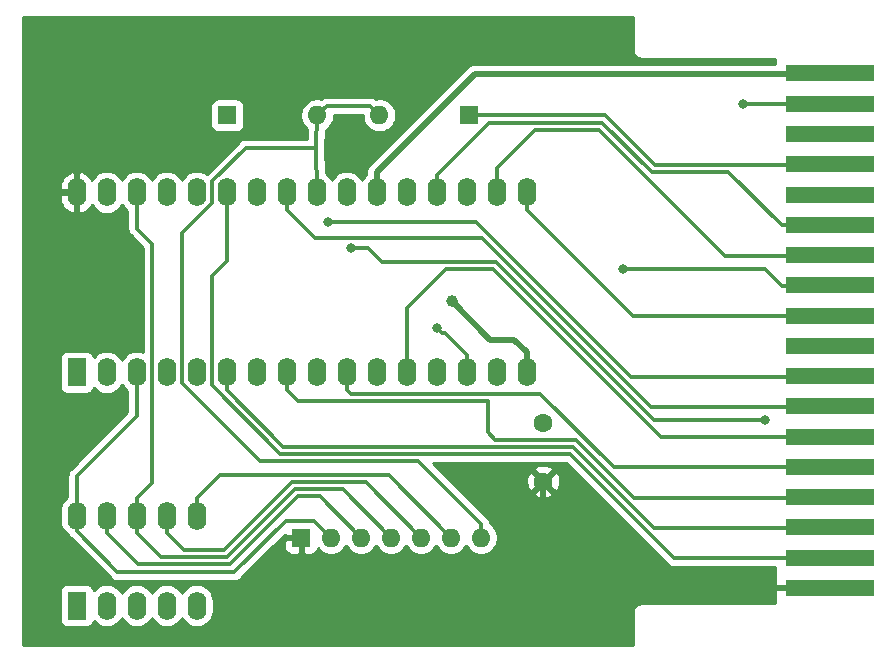
<source format=gtl>
G04 #@! TF.GenerationSoftware,KiCad,Pcbnew,(5.1.5)-3*
G04 #@! TF.CreationDate,2020-09-14T20:13:50+08:00*
G04 #@! TF.ProjectId,WizzardCartRPack,57697a7a-6172-4644-9361-727452506163,rev?*
G04 #@! TF.SameCoordinates,Original*
G04 #@! TF.FileFunction,Copper,L1,Top*
G04 #@! TF.FilePolarity,Positive*
%FSLAX46Y46*%
G04 Gerber Fmt 4.6, Leading zero omitted, Abs format (unit mm)*
G04 Created by KiCad (PCBNEW (5.1.5)-3) date 2020-09-14 20:13:50*
%MOMM*%
%LPD*%
G04 APERTURE LIST*
%ADD10R,7.500000X1.450000*%
%ADD11O,1.600000X1.600000*%
%ADD12R,1.600000X1.600000*%
%ADD13R,1.600000X2.400000*%
%ADD14O,1.600000X2.400000*%
%ADD15C,1.600000*%
%ADD16C,1.000000*%
%ADD17C,0.800000*%
%ADD18C,0.500000*%
%ADD19C,0.300000*%
%ADD20C,0.254000*%
G04 APERTURE END LIST*
D10*
X166500000Y-76950000D03*
X166500000Y-79511776D03*
X166500000Y-82073540D03*
X166500000Y-84635304D03*
X166500000Y-87197068D03*
X166500000Y-89758832D03*
X166500000Y-92320596D03*
X166500000Y-94882360D03*
X166500000Y-97444124D03*
X166500000Y-100005888D03*
X166500000Y-102567652D03*
X166500000Y-105129416D03*
X166500000Y-107691180D03*
X166500000Y-110252944D03*
X166500000Y-112814708D03*
X166500000Y-115376472D03*
X166500000Y-117938236D03*
X166500000Y-120500000D03*
D11*
X136990000Y-116250000D03*
X134450000Y-116250000D03*
X131910000Y-116250000D03*
X129370000Y-116250000D03*
X126830000Y-116250000D03*
X124290000Y-116250000D03*
D12*
X121750000Y-116250000D03*
D13*
X102750000Y-102250000D03*
D14*
X140850000Y-87010000D03*
X105290000Y-102250000D03*
X138310000Y-87010000D03*
X107830000Y-102250000D03*
X135770000Y-87010000D03*
X110370000Y-102250000D03*
X133230000Y-87010000D03*
X112910000Y-102250000D03*
X130690000Y-87010000D03*
X115450000Y-102250000D03*
X128150000Y-87010000D03*
X117990000Y-102250000D03*
X125610000Y-87010000D03*
X120530000Y-102250000D03*
X123070000Y-87010000D03*
X123070000Y-102250000D03*
X120530000Y-87010000D03*
X125610000Y-102250000D03*
X117990000Y-87010000D03*
X128150000Y-102250000D03*
X115450000Y-87010000D03*
X130690000Y-102250000D03*
X112910000Y-87010000D03*
X133230000Y-102250000D03*
X110370000Y-87010000D03*
X135770000Y-102250000D03*
X107830000Y-87010000D03*
X138310000Y-102250000D03*
X105290000Y-87010000D03*
X140850000Y-102250000D03*
X102750000Y-87010000D03*
D11*
X128380000Y-80500000D03*
D12*
X136000000Y-80500000D03*
D14*
X102750000Y-114380000D03*
X112910000Y-122000000D03*
X105290000Y-114380000D03*
X110370000Y-122000000D03*
X107830000Y-114380000D03*
X107830000Y-122000000D03*
X110370000Y-114380000D03*
X105290000Y-122000000D03*
X112910000Y-114380000D03*
D13*
X102750000Y-122000000D03*
D11*
X123120000Y-80500000D03*
D12*
X115500000Y-80500000D03*
D15*
X142250000Y-106500000D03*
X142250000Y-111500000D03*
D16*
X134500000Y-96250000D03*
D17*
X159188224Y-79561776D03*
X161000000Y-106250000D03*
X126000000Y-91750000D03*
X124000000Y-89500000D03*
X149000000Y-93500000D03*
X133250000Y-98500000D03*
D18*
X128150000Y-85310000D02*
X128150000Y-87010000D01*
X136460000Y-77000000D02*
X128150000Y-85310000D01*
X166500000Y-77000000D02*
X136460000Y-77000000D01*
X134500000Y-96250000D02*
X137750000Y-99500000D01*
X140850000Y-100550000D02*
X140850000Y-102250000D01*
X139800000Y-99500000D02*
X140850000Y-100550000D01*
X137750000Y-99500000D02*
X139800000Y-99500000D01*
X151300000Y-120550000D02*
X142250000Y-111500000D01*
X166500000Y-120550000D02*
X151300000Y-120550000D01*
X142250000Y-116850000D02*
X136700000Y-122400000D01*
X142250000Y-111500000D02*
X142250000Y-116850000D01*
X136700000Y-122400000D02*
X132900000Y-122400000D01*
X132900000Y-122400000D02*
X129100000Y-122400000D01*
X129100000Y-122400000D02*
X125250000Y-122400000D01*
X125250000Y-122400000D02*
X121500000Y-122400000D01*
X101199990Y-115422035D02*
X101199990Y-87260010D01*
X101450000Y-87010000D02*
X102750000Y-87010000D01*
X105827945Y-120049990D02*
X101199990Y-115422035D01*
X101199990Y-87260010D02*
X101450000Y-87010000D01*
X121500000Y-122400000D02*
X119149990Y-120049990D01*
X119149990Y-120049990D02*
X105827945Y-120049990D01*
X119149990Y-117550010D02*
X120450000Y-116250000D01*
X120450000Y-116250000D02*
X121750000Y-116250000D01*
X119149990Y-120049990D02*
X119149990Y-117550010D01*
D19*
X123919999Y-79700001D02*
X123120000Y-80500000D01*
X127580001Y-79700001D02*
X123919999Y-79700001D01*
X128380000Y-80500000D02*
X127580001Y-79700001D01*
X123120000Y-86960000D02*
X123070000Y-87010000D01*
X114199990Y-86092229D02*
X117042219Y-83250000D01*
X114199990Y-87927771D02*
X114199990Y-86092229D01*
X111659990Y-90467771D02*
X114199990Y-87927771D01*
X118242249Y-109750030D02*
X111659990Y-103167771D01*
X136990000Y-115118630D02*
X131621400Y-109750030D01*
X117042219Y-83250000D02*
X123000000Y-83250000D01*
X111659990Y-103167771D02*
X111659990Y-90467771D01*
X136990000Y-116250000D02*
X136990000Y-115118630D01*
X123000000Y-83250000D02*
X123120000Y-86960000D01*
X131621400Y-109750030D02*
X118242249Y-109750030D01*
X123120000Y-80500000D02*
X123000000Y-83250000D01*
X166500000Y-84685304D02*
X151685304Y-84685304D01*
X147500000Y-80500000D02*
X136000000Y-80500000D01*
X151685304Y-84685304D02*
X147500000Y-80500000D01*
X166500000Y-79561776D02*
X159188224Y-79561776D01*
X112910000Y-112880000D02*
X112910000Y-114380000D01*
X129145965Y-110945965D02*
X114844035Y-110945965D01*
X114844035Y-110945965D02*
X112910000Y-112880000D01*
X134450000Y-116250000D02*
X129145965Y-110945965D01*
X121006942Y-111545974D02*
X115252936Y-117299980D01*
X131910000Y-116250000D02*
X127205973Y-111545973D01*
X127205973Y-111545973D02*
X121006942Y-111545974D01*
X110370000Y-115880000D02*
X110370000Y-114380000D01*
X111789980Y-117299980D02*
X110370000Y-115880000D01*
X115252936Y-117299980D02*
X111789980Y-117299980D01*
X109119990Y-111590010D02*
X109119990Y-91369990D01*
X107830000Y-114380000D02*
X107830000Y-112880000D01*
X107830000Y-112880000D02*
X109119990Y-111590010D01*
X107830000Y-90080000D02*
X107830000Y-87010000D01*
X109119990Y-91369990D02*
X107830000Y-90080000D01*
X125265983Y-112145983D02*
X121255475Y-112145983D01*
X129370000Y-116250000D02*
X125265983Y-112145983D01*
X121255475Y-112145983D02*
X115501468Y-117899990D01*
X107830000Y-115880000D02*
X107830000Y-114380000D01*
X109849990Y-117899990D02*
X107830000Y-115880000D01*
X115501468Y-117899990D02*
X109849990Y-117899990D01*
X123325992Y-112745992D02*
X121504008Y-112745992D01*
X126830000Y-116250000D02*
X123325992Y-112745992D01*
X121504008Y-112745992D02*
X115750000Y-118500000D01*
X105290000Y-115880000D02*
X105290000Y-114380000D01*
X107910000Y-118500000D02*
X105290000Y-115880000D01*
X115750000Y-118500000D02*
X107910000Y-118500000D01*
X102750000Y-114380000D02*
X102750000Y-111000000D01*
X107830000Y-105920000D02*
X107830000Y-102250000D01*
X102750000Y-111000000D02*
X107830000Y-105920000D01*
X122839999Y-114799999D02*
X120429999Y-114799999D01*
X102750000Y-115699239D02*
X102750000Y-114380000D01*
X116080018Y-119149980D02*
X106200741Y-119149980D01*
X124290000Y-116250000D02*
X122839999Y-114799999D01*
X120429999Y-114799999D02*
X116080018Y-119149980D01*
X106200741Y-119149980D02*
X102750000Y-115699239D01*
X140850000Y-88510000D02*
X140850000Y-87010000D01*
X149834124Y-97494124D02*
X140850000Y-88510000D01*
X166500000Y-97494124D02*
X149834124Y-97494124D01*
X141549980Y-81700020D02*
X138310000Y-84940000D01*
X147002936Y-81700020D02*
X141549980Y-81700020D01*
X138310000Y-84940000D02*
X138310000Y-87010000D01*
X166500000Y-92370596D02*
X157673512Y-92370596D01*
X157673512Y-92370596D02*
X147002936Y-81700020D01*
X157926482Y-85285314D02*
X151436771Y-85285313D01*
X166500000Y-89808832D02*
X162450000Y-89808832D01*
X162450000Y-89808832D02*
X157926482Y-85285314D01*
X151436771Y-85285313D02*
X147251468Y-81100010D01*
X133230000Y-85510000D02*
X133230000Y-87010000D01*
X137639990Y-81100010D02*
X133230000Y-85510000D01*
X147251468Y-81100010D02*
X137639990Y-81100010D01*
X162450000Y-115426472D02*
X166500000Y-115426472D01*
X115450000Y-102250000D02*
X115450000Y-103750000D01*
X115450000Y-103750000D02*
X120250011Y-108550011D01*
X144748929Y-108550011D02*
X151625390Y-115426472D01*
X120250011Y-108550011D02*
X144748929Y-108550011D01*
X151625390Y-115426472D02*
X162450000Y-115426472D01*
X126565685Y-91750000D02*
X126000000Y-91750000D01*
X138248532Y-92899990D02*
X128600010Y-92899990D01*
X151598542Y-106250000D02*
X138248532Y-92899990D01*
X161000000Y-106250000D02*
X151598542Y-106250000D01*
X128600010Y-92899990D02*
X127450020Y-91750000D01*
X127450020Y-91750000D02*
X126565685Y-91750000D01*
X149912168Y-112864708D02*
X166500000Y-112864708D01*
X138200001Y-107950001D02*
X144997461Y-107950001D01*
X120530000Y-103750000D02*
X121480020Y-104700020D01*
X121480020Y-104700020D02*
X137596022Y-104700020D01*
X120530000Y-102250000D02*
X120530000Y-103750000D01*
X137596022Y-104700020D02*
X137596022Y-107346022D01*
X144997461Y-107950001D02*
X149912168Y-112864708D01*
X137596022Y-107346022D02*
X138200001Y-107950001D01*
X166500000Y-105179416D02*
X151376500Y-105179416D01*
X151376500Y-105179416D02*
X137097083Y-90899999D01*
X120530000Y-88510000D02*
X122919999Y-90899999D01*
X122919999Y-90899999D02*
X137097083Y-90899999D01*
X120530000Y-87010000D02*
X120530000Y-88510000D01*
X125610000Y-103750000D02*
X125610000Y-102250000D01*
X125960010Y-104100010D02*
X125610000Y-103750000D01*
X141996012Y-104100010D02*
X125960010Y-104100010D01*
X148198946Y-110302944D02*
X141996012Y-104100010D01*
X166500000Y-110302944D02*
X148198946Y-110302944D01*
X114160010Y-103308552D02*
X114160010Y-94089990D01*
X120001478Y-109150020D02*
X114160010Y-103308552D01*
X144500397Y-109150021D02*
X120001478Y-109150020D01*
X166500000Y-117988236D02*
X153338612Y-117988236D01*
X153338612Y-117988236D02*
X144500397Y-109150021D01*
X115450000Y-92800000D02*
X115450000Y-87010000D01*
X114160010Y-94089990D02*
X115450000Y-92800000D01*
X134000000Y-93500000D02*
X138000000Y-93500000D01*
X130690000Y-96810000D02*
X134000000Y-93500000D01*
X130690000Y-102250000D02*
X130690000Y-96810000D01*
X138000000Y-93500000D02*
X137940000Y-93500000D01*
X152241180Y-107741180D02*
X138000000Y-93500000D01*
X166500000Y-107741180D02*
X152241180Y-107741180D01*
X149663278Y-102617652D02*
X136545626Y-89500000D01*
X166500000Y-102617652D02*
X149663278Y-102617652D01*
X136545626Y-89500000D02*
X124000000Y-89500000D01*
X135770000Y-100750000D02*
X135770000Y-102250000D01*
X162450000Y-94932360D02*
X161017640Y-93500000D01*
X166500000Y-94932360D02*
X162450000Y-94932360D01*
X161017640Y-93500000D02*
X149000000Y-93500000D01*
X133919999Y-98899999D02*
X135770000Y-100750000D01*
X133649999Y-98899999D02*
X133919999Y-98899999D01*
X133250000Y-98500000D02*
X133649999Y-98899999D01*
D20*
G36*
X149815001Y-74966343D02*
G01*
X149811686Y-75000000D01*
X149824912Y-75134283D01*
X149864081Y-75263406D01*
X149927688Y-75382407D01*
X150013289Y-75486711D01*
X150117593Y-75572312D01*
X150236594Y-75635919D01*
X150365717Y-75675088D01*
X150466353Y-75685000D01*
X150500000Y-75688314D01*
X150533647Y-75685000D01*
X161873000Y-75685000D01*
X161873000Y-76115000D01*
X136503469Y-76115000D01*
X136460000Y-76110719D01*
X136416531Y-76115000D01*
X136416523Y-76115000D01*
X136286510Y-76127805D01*
X136119687Y-76178411D01*
X136032524Y-76225000D01*
X135965941Y-76260589D01*
X135864953Y-76343468D01*
X135864951Y-76343470D01*
X135831183Y-76371183D01*
X135803470Y-76404951D01*
X127554956Y-84653466D01*
X127521183Y-84681183D01*
X127410589Y-84815942D01*
X127328411Y-84969688D01*
X127323110Y-84987164D01*
X127279348Y-85131426D01*
X127277805Y-85136511D01*
X127265000Y-85266524D01*
X127265000Y-85266531D01*
X127260719Y-85310000D01*
X127265000Y-85353469D01*
X127265000Y-85479922D01*
X127130392Y-85590393D01*
X126951068Y-85808900D01*
X126880000Y-85941858D01*
X126808932Y-85808899D01*
X126629607Y-85590392D01*
X126411100Y-85411068D01*
X126161807Y-85277818D01*
X125891308Y-85195764D01*
X125610000Y-85168057D01*
X125328691Y-85195764D01*
X125058192Y-85277818D01*
X124808899Y-85411068D01*
X124590392Y-85590393D01*
X124411068Y-85808900D01*
X124340000Y-85941858D01*
X124268932Y-85808899D01*
X124089607Y-85590392D01*
X123871100Y-85411068D01*
X123855032Y-85402480D01*
X123786248Y-83275891D01*
X123788798Y-83250000D01*
X123786683Y-83228529D01*
X123851772Y-81736905D01*
X124034759Y-81614637D01*
X124234637Y-81414759D01*
X124391680Y-81179727D01*
X124499853Y-80918574D01*
X124555000Y-80641335D01*
X124555000Y-80485001D01*
X126945000Y-80485001D01*
X126945000Y-80641335D01*
X127000147Y-80918574D01*
X127108320Y-81179727D01*
X127265363Y-81414759D01*
X127465241Y-81614637D01*
X127700273Y-81771680D01*
X127961426Y-81879853D01*
X128238665Y-81935000D01*
X128521335Y-81935000D01*
X128798574Y-81879853D01*
X129059727Y-81771680D01*
X129294759Y-81614637D01*
X129494637Y-81414759D01*
X129651680Y-81179727D01*
X129759853Y-80918574D01*
X129815000Y-80641335D01*
X129815000Y-80358665D01*
X129759853Y-80081426D01*
X129651680Y-79820273D01*
X129494637Y-79585241D01*
X129294759Y-79385363D01*
X129059727Y-79228320D01*
X128798574Y-79120147D01*
X128521335Y-79065000D01*
X128238665Y-79065000D01*
X128081698Y-79096223D01*
X128018234Y-79044139D01*
X127881861Y-78971247D01*
X127733888Y-78926360D01*
X127618562Y-78915001D01*
X127618554Y-78915001D01*
X127580001Y-78911204D01*
X127541448Y-78915001D01*
X123958551Y-78915001D01*
X123919998Y-78911204D01*
X123881445Y-78915001D01*
X123881438Y-78915001D01*
X123780489Y-78924944D01*
X123766111Y-78926360D01*
X123731671Y-78936807D01*
X123618139Y-78971247D01*
X123481766Y-79044139D01*
X123448403Y-79071520D01*
X123418302Y-79096223D01*
X123261335Y-79065000D01*
X122978665Y-79065000D01*
X122701426Y-79120147D01*
X122440273Y-79228320D01*
X122205241Y-79385363D01*
X122005363Y-79585241D01*
X121848320Y-79820273D01*
X121740147Y-80081426D01*
X121685000Y-80358665D01*
X121685000Y-80641335D01*
X121740147Y-80918574D01*
X121848320Y-81179727D01*
X122005363Y-81414759D01*
X122205241Y-81614637D01*
X122283338Y-81666820D01*
X122248508Y-82465000D01*
X117080775Y-82465000D01*
X117042219Y-82461203D01*
X117003663Y-82465000D01*
X117003658Y-82465000D01*
X116963245Y-82468980D01*
X116888332Y-82476358D01*
X116740359Y-82521246D01*
X116603986Y-82594138D01*
X116484455Y-82692236D01*
X116459872Y-82722190D01*
X113743997Y-85438065D01*
X113711100Y-85411068D01*
X113461807Y-85277818D01*
X113191308Y-85195764D01*
X112910000Y-85168057D01*
X112628691Y-85195764D01*
X112358192Y-85277818D01*
X112108899Y-85411068D01*
X111890392Y-85590393D01*
X111711068Y-85808900D01*
X111640000Y-85941858D01*
X111568932Y-85808899D01*
X111389607Y-85590392D01*
X111171100Y-85411068D01*
X110921807Y-85277818D01*
X110651308Y-85195764D01*
X110370000Y-85168057D01*
X110088691Y-85195764D01*
X109818192Y-85277818D01*
X109568899Y-85411068D01*
X109350392Y-85590393D01*
X109171068Y-85808900D01*
X109100000Y-85941858D01*
X109028932Y-85808899D01*
X108849607Y-85590392D01*
X108631100Y-85411068D01*
X108381807Y-85277818D01*
X108111308Y-85195764D01*
X107830000Y-85168057D01*
X107548691Y-85195764D01*
X107278192Y-85277818D01*
X107028899Y-85411068D01*
X106810392Y-85590393D01*
X106631068Y-85808900D01*
X106560000Y-85941858D01*
X106488932Y-85808899D01*
X106309607Y-85590392D01*
X106091100Y-85411068D01*
X105841807Y-85277818D01*
X105571308Y-85195764D01*
X105290000Y-85168057D01*
X105008691Y-85195764D01*
X104738192Y-85277818D01*
X104488899Y-85411068D01*
X104270392Y-85590393D01*
X104091068Y-85808900D01*
X104022735Y-85936742D01*
X103872601Y-85707161D01*
X103674895Y-85505500D01*
X103441646Y-85346285D01*
X103181818Y-85235633D01*
X103099039Y-85218096D01*
X102877000Y-85340085D01*
X102877000Y-86883000D01*
X102897000Y-86883000D01*
X102897000Y-87137000D01*
X102877000Y-87137000D01*
X102877000Y-88679915D01*
X103099039Y-88801904D01*
X103181818Y-88784367D01*
X103441646Y-88673715D01*
X103674895Y-88514500D01*
X103872601Y-88312839D01*
X104022735Y-88083259D01*
X104091068Y-88211101D01*
X104270393Y-88429608D01*
X104488900Y-88608932D01*
X104738193Y-88742182D01*
X105008692Y-88824236D01*
X105290000Y-88851943D01*
X105571309Y-88824236D01*
X105841808Y-88742182D01*
X106091101Y-88608932D01*
X106309608Y-88429608D01*
X106488932Y-88211101D01*
X106560000Y-88078142D01*
X106631068Y-88211101D01*
X106810393Y-88429608D01*
X107028900Y-88608932D01*
X107045000Y-88617538D01*
X107045000Y-90041447D01*
X107041203Y-90080000D01*
X107045000Y-90118553D01*
X107045000Y-90118560D01*
X107056359Y-90233886D01*
X107101246Y-90381859D01*
X107174138Y-90518232D01*
X107272236Y-90637764D01*
X107302190Y-90662347D01*
X108334991Y-91695149D01*
X108334991Y-100503617D01*
X108111308Y-100435764D01*
X107830000Y-100408057D01*
X107548691Y-100435764D01*
X107278192Y-100517818D01*
X107028899Y-100651068D01*
X106810392Y-100830393D01*
X106631068Y-101048900D01*
X106560000Y-101181858D01*
X106488932Y-101048899D01*
X106309607Y-100830392D01*
X106091100Y-100651068D01*
X105841807Y-100517818D01*
X105571308Y-100435764D01*
X105290000Y-100408057D01*
X105008691Y-100435764D01*
X104738192Y-100517818D01*
X104488899Y-100651068D01*
X104270392Y-100830393D01*
X104177581Y-100943483D01*
X104175812Y-100925518D01*
X104139502Y-100805820D01*
X104080537Y-100695506D01*
X104001185Y-100598815D01*
X103904494Y-100519463D01*
X103794180Y-100460498D01*
X103674482Y-100424188D01*
X103550000Y-100411928D01*
X101950000Y-100411928D01*
X101825518Y-100424188D01*
X101705820Y-100460498D01*
X101595506Y-100519463D01*
X101498815Y-100598815D01*
X101419463Y-100695506D01*
X101360498Y-100805820D01*
X101324188Y-100925518D01*
X101311928Y-101050000D01*
X101311928Y-103450000D01*
X101324188Y-103574482D01*
X101360498Y-103694180D01*
X101419463Y-103804494D01*
X101498815Y-103901185D01*
X101595506Y-103980537D01*
X101705820Y-104039502D01*
X101825518Y-104075812D01*
X101950000Y-104088072D01*
X103550000Y-104088072D01*
X103674482Y-104075812D01*
X103794180Y-104039502D01*
X103904494Y-103980537D01*
X104001185Y-103901185D01*
X104080537Y-103804494D01*
X104139502Y-103694180D01*
X104175812Y-103574482D01*
X104177581Y-103556517D01*
X104270393Y-103669608D01*
X104488900Y-103848932D01*
X104738193Y-103982182D01*
X105008692Y-104064236D01*
X105290000Y-104091943D01*
X105571309Y-104064236D01*
X105841808Y-103982182D01*
X106091101Y-103848932D01*
X106309608Y-103669608D01*
X106488932Y-103451101D01*
X106560000Y-103318142D01*
X106631068Y-103451101D01*
X106810393Y-103669608D01*
X107028900Y-103848932D01*
X107045001Y-103857538D01*
X107045000Y-105594842D01*
X102222185Y-110417658D01*
X102192237Y-110442236D01*
X102167659Y-110472184D01*
X102167655Y-110472188D01*
X102162242Y-110478784D01*
X102094139Y-110561767D01*
X102071136Y-110604803D01*
X102021246Y-110698141D01*
X101976359Y-110846114D01*
X101961203Y-111000000D01*
X101965001Y-111038563D01*
X101965000Y-112772462D01*
X101948899Y-112781068D01*
X101730392Y-112960393D01*
X101551068Y-113178900D01*
X101417818Y-113428193D01*
X101335764Y-113698692D01*
X101315000Y-113909509D01*
X101315000Y-114850492D01*
X101335764Y-115061309D01*
X101417818Y-115331808D01*
X101551068Y-115581101D01*
X101730393Y-115799608D01*
X101948900Y-115978932D01*
X102033596Y-116024203D01*
X102094138Y-116137471D01*
X102192236Y-116257003D01*
X102222190Y-116281586D01*
X105618394Y-119677790D01*
X105642977Y-119707744D01*
X105762508Y-119805842D01*
X105898881Y-119878734D01*
X106046854Y-119923622D01*
X106121767Y-119931000D01*
X106162180Y-119934980D01*
X106162185Y-119934980D01*
X106200741Y-119938777D01*
X106239297Y-119934980D01*
X116041465Y-119934980D01*
X116080018Y-119938777D01*
X116118571Y-119934980D01*
X116118579Y-119934980D01*
X116233905Y-119923621D01*
X116381878Y-119878734D01*
X116518251Y-119805842D01*
X116637782Y-119707744D01*
X116662365Y-119677790D01*
X119290155Y-117050000D01*
X120311928Y-117050000D01*
X120324188Y-117174482D01*
X120360498Y-117294180D01*
X120419463Y-117404494D01*
X120498815Y-117501185D01*
X120595506Y-117580537D01*
X120705820Y-117639502D01*
X120825518Y-117675812D01*
X120950000Y-117688072D01*
X121464250Y-117685000D01*
X121623000Y-117526250D01*
X121623000Y-116377000D01*
X120473750Y-116377000D01*
X120315000Y-116535750D01*
X120311928Y-117050000D01*
X119290155Y-117050000D01*
X120345453Y-115994703D01*
X120473750Y-116123000D01*
X121623000Y-116123000D01*
X121623000Y-116103000D01*
X121877000Y-116103000D01*
X121877000Y-116123000D01*
X121897000Y-116123000D01*
X121897000Y-116377000D01*
X121877000Y-116377000D01*
X121877000Y-117526250D01*
X122035750Y-117685000D01*
X122550000Y-117688072D01*
X122674482Y-117675812D01*
X122794180Y-117639502D01*
X122904494Y-117580537D01*
X123001185Y-117501185D01*
X123080537Y-117404494D01*
X123139502Y-117294180D01*
X123175812Y-117174482D01*
X123176643Y-117166039D01*
X123375241Y-117364637D01*
X123610273Y-117521680D01*
X123871426Y-117629853D01*
X124148665Y-117685000D01*
X124431335Y-117685000D01*
X124708574Y-117629853D01*
X124969727Y-117521680D01*
X125204759Y-117364637D01*
X125404637Y-117164759D01*
X125560000Y-116932241D01*
X125715363Y-117164759D01*
X125915241Y-117364637D01*
X126150273Y-117521680D01*
X126411426Y-117629853D01*
X126688665Y-117685000D01*
X126971335Y-117685000D01*
X127248574Y-117629853D01*
X127509727Y-117521680D01*
X127744759Y-117364637D01*
X127944637Y-117164759D01*
X128100000Y-116932241D01*
X128255363Y-117164759D01*
X128455241Y-117364637D01*
X128690273Y-117521680D01*
X128951426Y-117629853D01*
X129228665Y-117685000D01*
X129511335Y-117685000D01*
X129788574Y-117629853D01*
X130049727Y-117521680D01*
X130284759Y-117364637D01*
X130484637Y-117164759D01*
X130640000Y-116932241D01*
X130795363Y-117164759D01*
X130995241Y-117364637D01*
X131230273Y-117521680D01*
X131491426Y-117629853D01*
X131768665Y-117685000D01*
X132051335Y-117685000D01*
X132328574Y-117629853D01*
X132589727Y-117521680D01*
X132824759Y-117364637D01*
X133024637Y-117164759D01*
X133180000Y-116932241D01*
X133335363Y-117164759D01*
X133535241Y-117364637D01*
X133770273Y-117521680D01*
X134031426Y-117629853D01*
X134308665Y-117685000D01*
X134591335Y-117685000D01*
X134868574Y-117629853D01*
X135129727Y-117521680D01*
X135364759Y-117364637D01*
X135564637Y-117164759D01*
X135720000Y-116932241D01*
X135875363Y-117164759D01*
X136075241Y-117364637D01*
X136310273Y-117521680D01*
X136571426Y-117629853D01*
X136848665Y-117685000D01*
X137131335Y-117685000D01*
X137408574Y-117629853D01*
X137669727Y-117521680D01*
X137904759Y-117364637D01*
X138104637Y-117164759D01*
X138261680Y-116929727D01*
X138369853Y-116668574D01*
X138425000Y-116391335D01*
X138425000Y-116108665D01*
X138369853Y-115831426D01*
X138261680Y-115570273D01*
X138104637Y-115335241D01*
X137904759Y-115135363D01*
X137771689Y-115046448D01*
X137766997Y-114998815D01*
X137763642Y-114964743D01*
X137718754Y-114816770D01*
X137694081Y-114770610D01*
X137645862Y-114680397D01*
X137547764Y-114560866D01*
X137517816Y-114536288D01*
X135474230Y-112492702D01*
X141436903Y-112492702D01*
X141508486Y-112736671D01*
X141763996Y-112857571D01*
X142038184Y-112926300D01*
X142320512Y-112940217D01*
X142600130Y-112898787D01*
X142866292Y-112803603D01*
X142991514Y-112736671D01*
X143063097Y-112492702D01*
X142250000Y-111679605D01*
X141436903Y-112492702D01*
X135474230Y-112492702D01*
X134552040Y-111570512D01*
X140809783Y-111570512D01*
X140851213Y-111850130D01*
X140946397Y-112116292D01*
X141013329Y-112241514D01*
X141257298Y-112313097D01*
X142070395Y-111500000D01*
X142429605Y-111500000D01*
X143242702Y-112313097D01*
X143486671Y-112241514D01*
X143607571Y-111986004D01*
X143676300Y-111711816D01*
X143690217Y-111429488D01*
X143648787Y-111149870D01*
X143553603Y-110883708D01*
X143486671Y-110758486D01*
X143242702Y-110686903D01*
X142429605Y-111500000D01*
X142070395Y-111500000D01*
X141257298Y-110686903D01*
X141013329Y-110758486D01*
X140892429Y-111013996D01*
X140823700Y-111288184D01*
X140809783Y-111570512D01*
X134552040Y-111570512D01*
X133488826Y-110507298D01*
X141436903Y-110507298D01*
X142250000Y-111320395D01*
X143063097Y-110507298D01*
X142991514Y-110263329D01*
X142736004Y-110142429D01*
X142461816Y-110073700D01*
X142179488Y-110059783D01*
X141899870Y-110101213D01*
X141633708Y-110196397D01*
X141508486Y-110263329D01*
X141436903Y-110507298D01*
X133488826Y-110507298D01*
X132916547Y-109935020D01*
X144175240Y-109935021D01*
X152756265Y-118516046D01*
X152780848Y-118546000D01*
X152900379Y-118644098D01*
X153026943Y-118711747D01*
X153036752Y-118716990D01*
X153184725Y-118761878D01*
X153259638Y-118769256D01*
X153300051Y-118773236D01*
X153300056Y-118773236D01*
X153338612Y-118777033D01*
X153377168Y-118773236D01*
X161873000Y-118773236D01*
X161873000Y-121815000D01*
X150533647Y-121815000D01*
X150500000Y-121811686D01*
X150466353Y-121815000D01*
X150365717Y-121824912D01*
X150236594Y-121864081D01*
X150117593Y-121927688D01*
X150013289Y-122013289D01*
X149927688Y-122117593D01*
X149864081Y-122236594D01*
X149824912Y-122365717D01*
X149811686Y-122500000D01*
X149815000Y-122533647D01*
X149815001Y-125315000D01*
X98185000Y-125315000D01*
X98185000Y-120800000D01*
X101311928Y-120800000D01*
X101311928Y-123200000D01*
X101324188Y-123324482D01*
X101360498Y-123444180D01*
X101419463Y-123554494D01*
X101498815Y-123651185D01*
X101595506Y-123730537D01*
X101705820Y-123789502D01*
X101825518Y-123825812D01*
X101950000Y-123838072D01*
X103550000Y-123838072D01*
X103674482Y-123825812D01*
X103794180Y-123789502D01*
X103904494Y-123730537D01*
X104001185Y-123651185D01*
X104080537Y-123554494D01*
X104139502Y-123444180D01*
X104175812Y-123324482D01*
X104177581Y-123306517D01*
X104270393Y-123419608D01*
X104488900Y-123598932D01*
X104738193Y-123732182D01*
X105008692Y-123814236D01*
X105290000Y-123841943D01*
X105571309Y-123814236D01*
X105841808Y-123732182D01*
X106091101Y-123598932D01*
X106309608Y-123419608D01*
X106488932Y-123201101D01*
X106560000Y-123068142D01*
X106631068Y-123201101D01*
X106810393Y-123419608D01*
X107028900Y-123598932D01*
X107278193Y-123732182D01*
X107548692Y-123814236D01*
X107830000Y-123841943D01*
X108111309Y-123814236D01*
X108381808Y-123732182D01*
X108631101Y-123598932D01*
X108849608Y-123419608D01*
X109028932Y-123201101D01*
X109100000Y-123068142D01*
X109171068Y-123201101D01*
X109350393Y-123419608D01*
X109568900Y-123598932D01*
X109818193Y-123732182D01*
X110088692Y-123814236D01*
X110370000Y-123841943D01*
X110651309Y-123814236D01*
X110921808Y-123732182D01*
X111171101Y-123598932D01*
X111389608Y-123419608D01*
X111568932Y-123201101D01*
X111640000Y-123068142D01*
X111711068Y-123201101D01*
X111890393Y-123419608D01*
X112108900Y-123598932D01*
X112358193Y-123732182D01*
X112628692Y-123814236D01*
X112910000Y-123841943D01*
X113191309Y-123814236D01*
X113461808Y-123732182D01*
X113711101Y-123598932D01*
X113929608Y-123419608D01*
X114108932Y-123201101D01*
X114242182Y-122951808D01*
X114324236Y-122681309D01*
X114345000Y-122470491D01*
X114345000Y-121529508D01*
X114324236Y-121318691D01*
X114242182Y-121048192D01*
X114108932Y-120798899D01*
X113929607Y-120580392D01*
X113711100Y-120401068D01*
X113461807Y-120267818D01*
X113191308Y-120185764D01*
X112910000Y-120158057D01*
X112628691Y-120185764D01*
X112358192Y-120267818D01*
X112108899Y-120401068D01*
X111890392Y-120580393D01*
X111711068Y-120798900D01*
X111640000Y-120931858D01*
X111568932Y-120798899D01*
X111389607Y-120580392D01*
X111171100Y-120401068D01*
X110921807Y-120267818D01*
X110651308Y-120185764D01*
X110370000Y-120158057D01*
X110088691Y-120185764D01*
X109818192Y-120267818D01*
X109568899Y-120401068D01*
X109350392Y-120580393D01*
X109171068Y-120798900D01*
X109100000Y-120931858D01*
X109028932Y-120798899D01*
X108849607Y-120580392D01*
X108631100Y-120401068D01*
X108381807Y-120267818D01*
X108111308Y-120185764D01*
X107830000Y-120158057D01*
X107548691Y-120185764D01*
X107278192Y-120267818D01*
X107028899Y-120401068D01*
X106810392Y-120580393D01*
X106631068Y-120798900D01*
X106560000Y-120931858D01*
X106488932Y-120798899D01*
X106309607Y-120580392D01*
X106091100Y-120401068D01*
X105841807Y-120267818D01*
X105571308Y-120185764D01*
X105290000Y-120158057D01*
X105008691Y-120185764D01*
X104738192Y-120267818D01*
X104488899Y-120401068D01*
X104270392Y-120580393D01*
X104177581Y-120693483D01*
X104175812Y-120675518D01*
X104139502Y-120555820D01*
X104080537Y-120445506D01*
X104001185Y-120348815D01*
X103904494Y-120269463D01*
X103794180Y-120210498D01*
X103674482Y-120174188D01*
X103550000Y-120161928D01*
X101950000Y-120161928D01*
X101825518Y-120174188D01*
X101705820Y-120210498D01*
X101595506Y-120269463D01*
X101498815Y-120348815D01*
X101419463Y-120445506D01*
X101360498Y-120555820D01*
X101324188Y-120675518D01*
X101311928Y-120800000D01*
X98185000Y-120800000D01*
X98185000Y-87137000D01*
X101315000Y-87137000D01*
X101315000Y-87537000D01*
X101367350Y-87814514D01*
X101472834Y-88076483D01*
X101627399Y-88312839D01*
X101825105Y-88514500D01*
X102058354Y-88673715D01*
X102318182Y-88784367D01*
X102400961Y-88801904D01*
X102623000Y-88679915D01*
X102623000Y-87137000D01*
X101315000Y-87137000D01*
X98185000Y-87137000D01*
X98185000Y-86483000D01*
X101315000Y-86483000D01*
X101315000Y-86883000D01*
X102623000Y-86883000D01*
X102623000Y-85340085D01*
X102400961Y-85218096D01*
X102318182Y-85235633D01*
X102058354Y-85346285D01*
X101825105Y-85505500D01*
X101627399Y-85707161D01*
X101472834Y-85943517D01*
X101367350Y-86205486D01*
X101315000Y-86483000D01*
X98185000Y-86483000D01*
X98185000Y-79700000D01*
X114061928Y-79700000D01*
X114061928Y-81300000D01*
X114074188Y-81424482D01*
X114110498Y-81544180D01*
X114169463Y-81654494D01*
X114248815Y-81751185D01*
X114345506Y-81830537D01*
X114455820Y-81889502D01*
X114575518Y-81925812D01*
X114700000Y-81938072D01*
X116300000Y-81938072D01*
X116424482Y-81925812D01*
X116544180Y-81889502D01*
X116654494Y-81830537D01*
X116751185Y-81751185D01*
X116830537Y-81654494D01*
X116889502Y-81544180D01*
X116925812Y-81424482D01*
X116938072Y-81300000D01*
X116938072Y-79700000D01*
X116925812Y-79575518D01*
X116889502Y-79455820D01*
X116830537Y-79345506D01*
X116751185Y-79248815D01*
X116654494Y-79169463D01*
X116544180Y-79110498D01*
X116424482Y-79074188D01*
X116300000Y-79061928D01*
X114700000Y-79061928D01*
X114575518Y-79074188D01*
X114455820Y-79110498D01*
X114345506Y-79169463D01*
X114248815Y-79248815D01*
X114169463Y-79345506D01*
X114110498Y-79455820D01*
X114074188Y-79575518D01*
X114061928Y-79700000D01*
X98185000Y-79700000D01*
X98185000Y-72185000D01*
X149815000Y-72185000D01*
X149815001Y-74966343D01*
G37*
X149815001Y-74966343D02*
X149811686Y-75000000D01*
X149824912Y-75134283D01*
X149864081Y-75263406D01*
X149927688Y-75382407D01*
X150013289Y-75486711D01*
X150117593Y-75572312D01*
X150236594Y-75635919D01*
X150365717Y-75675088D01*
X150466353Y-75685000D01*
X150500000Y-75688314D01*
X150533647Y-75685000D01*
X161873000Y-75685000D01*
X161873000Y-76115000D01*
X136503469Y-76115000D01*
X136460000Y-76110719D01*
X136416531Y-76115000D01*
X136416523Y-76115000D01*
X136286510Y-76127805D01*
X136119687Y-76178411D01*
X136032524Y-76225000D01*
X135965941Y-76260589D01*
X135864953Y-76343468D01*
X135864951Y-76343470D01*
X135831183Y-76371183D01*
X135803470Y-76404951D01*
X127554956Y-84653466D01*
X127521183Y-84681183D01*
X127410589Y-84815942D01*
X127328411Y-84969688D01*
X127323110Y-84987164D01*
X127279348Y-85131426D01*
X127277805Y-85136511D01*
X127265000Y-85266524D01*
X127265000Y-85266531D01*
X127260719Y-85310000D01*
X127265000Y-85353469D01*
X127265000Y-85479922D01*
X127130392Y-85590393D01*
X126951068Y-85808900D01*
X126880000Y-85941858D01*
X126808932Y-85808899D01*
X126629607Y-85590392D01*
X126411100Y-85411068D01*
X126161807Y-85277818D01*
X125891308Y-85195764D01*
X125610000Y-85168057D01*
X125328691Y-85195764D01*
X125058192Y-85277818D01*
X124808899Y-85411068D01*
X124590392Y-85590393D01*
X124411068Y-85808900D01*
X124340000Y-85941858D01*
X124268932Y-85808899D01*
X124089607Y-85590392D01*
X123871100Y-85411068D01*
X123855032Y-85402480D01*
X123786248Y-83275891D01*
X123788798Y-83250000D01*
X123786683Y-83228529D01*
X123851772Y-81736905D01*
X124034759Y-81614637D01*
X124234637Y-81414759D01*
X124391680Y-81179727D01*
X124499853Y-80918574D01*
X124555000Y-80641335D01*
X124555000Y-80485001D01*
X126945000Y-80485001D01*
X126945000Y-80641335D01*
X127000147Y-80918574D01*
X127108320Y-81179727D01*
X127265363Y-81414759D01*
X127465241Y-81614637D01*
X127700273Y-81771680D01*
X127961426Y-81879853D01*
X128238665Y-81935000D01*
X128521335Y-81935000D01*
X128798574Y-81879853D01*
X129059727Y-81771680D01*
X129294759Y-81614637D01*
X129494637Y-81414759D01*
X129651680Y-81179727D01*
X129759853Y-80918574D01*
X129815000Y-80641335D01*
X129815000Y-80358665D01*
X129759853Y-80081426D01*
X129651680Y-79820273D01*
X129494637Y-79585241D01*
X129294759Y-79385363D01*
X129059727Y-79228320D01*
X128798574Y-79120147D01*
X128521335Y-79065000D01*
X128238665Y-79065000D01*
X128081698Y-79096223D01*
X128018234Y-79044139D01*
X127881861Y-78971247D01*
X127733888Y-78926360D01*
X127618562Y-78915001D01*
X127618554Y-78915001D01*
X127580001Y-78911204D01*
X127541448Y-78915001D01*
X123958551Y-78915001D01*
X123919998Y-78911204D01*
X123881445Y-78915001D01*
X123881438Y-78915001D01*
X123780489Y-78924944D01*
X123766111Y-78926360D01*
X123731671Y-78936807D01*
X123618139Y-78971247D01*
X123481766Y-79044139D01*
X123448403Y-79071520D01*
X123418302Y-79096223D01*
X123261335Y-79065000D01*
X122978665Y-79065000D01*
X122701426Y-79120147D01*
X122440273Y-79228320D01*
X122205241Y-79385363D01*
X122005363Y-79585241D01*
X121848320Y-79820273D01*
X121740147Y-80081426D01*
X121685000Y-80358665D01*
X121685000Y-80641335D01*
X121740147Y-80918574D01*
X121848320Y-81179727D01*
X122005363Y-81414759D01*
X122205241Y-81614637D01*
X122283338Y-81666820D01*
X122248508Y-82465000D01*
X117080775Y-82465000D01*
X117042219Y-82461203D01*
X117003663Y-82465000D01*
X117003658Y-82465000D01*
X116963245Y-82468980D01*
X116888332Y-82476358D01*
X116740359Y-82521246D01*
X116603986Y-82594138D01*
X116484455Y-82692236D01*
X116459872Y-82722190D01*
X113743997Y-85438065D01*
X113711100Y-85411068D01*
X113461807Y-85277818D01*
X113191308Y-85195764D01*
X112910000Y-85168057D01*
X112628691Y-85195764D01*
X112358192Y-85277818D01*
X112108899Y-85411068D01*
X111890392Y-85590393D01*
X111711068Y-85808900D01*
X111640000Y-85941858D01*
X111568932Y-85808899D01*
X111389607Y-85590392D01*
X111171100Y-85411068D01*
X110921807Y-85277818D01*
X110651308Y-85195764D01*
X110370000Y-85168057D01*
X110088691Y-85195764D01*
X109818192Y-85277818D01*
X109568899Y-85411068D01*
X109350392Y-85590393D01*
X109171068Y-85808900D01*
X109100000Y-85941858D01*
X109028932Y-85808899D01*
X108849607Y-85590392D01*
X108631100Y-85411068D01*
X108381807Y-85277818D01*
X108111308Y-85195764D01*
X107830000Y-85168057D01*
X107548691Y-85195764D01*
X107278192Y-85277818D01*
X107028899Y-85411068D01*
X106810392Y-85590393D01*
X106631068Y-85808900D01*
X106560000Y-85941858D01*
X106488932Y-85808899D01*
X106309607Y-85590392D01*
X106091100Y-85411068D01*
X105841807Y-85277818D01*
X105571308Y-85195764D01*
X105290000Y-85168057D01*
X105008691Y-85195764D01*
X104738192Y-85277818D01*
X104488899Y-85411068D01*
X104270392Y-85590393D01*
X104091068Y-85808900D01*
X104022735Y-85936742D01*
X103872601Y-85707161D01*
X103674895Y-85505500D01*
X103441646Y-85346285D01*
X103181818Y-85235633D01*
X103099039Y-85218096D01*
X102877000Y-85340085D01*
X102877000Y-86883000D01*
X102897000Y-86883000D01*
X102897000Y-87137000D01*
X102877000Y-87137000D01*
X102877000Y-88679915D01*
X103099039Y-88801904D01*
X103181818Y-88784367D01*
X103441646Y-88673715D01*
X103674895Y-88514500D01*
X103872601Y-88312839D01*
X104022735Y-88083259D01*
X104091068Y-88211101D01*
X104270393Y-88429608D01*
X104488900Y-88608932D01*
X104738193Y-88742182D01*
X105008692Y-88824236D01*
X105290000Y-88851943D01*
X105571309Y-88824236D01*
X105841808Y-88742182D01*
X106091101Y-88608932D01*
X106309608Y-88429608D01*
X106488932Y-88211101D01*
X106560000Y-88078142D01*
X106631068Y-88211101D01*
X106810393Y-88429608D01*
X107028900Y-88608932D01*
X107045000Y-88617538D01*
X107045000Y-90041447D01*
X107041203Y-90080000D01*
X107045000Y-90118553D01*
X107045000Y-90118560D01*
X107056359Y-90233886D01*
X107101246Y-90381859D01*
X107174138Y-90518232D01*
X107272236Y-90637764D01*
X107302190Y-90662347D01*
X108334991Y-91695149D01*
X108334991Y-100503617D01*
X108111308Y-100435764D01*
X107830000Y-100408057D01*
X107548691Y-100435764D01*
X107278192Y-100517818D01*
X107028899Y-100651068D01*
X106810392Y-100830393D01*
X106631068Y-101048900D01*
X106560000Y-101181858D01*
X106488932Y-101048899D01*
X106309607Y-100830392D01*
X106091100Y-100651068D01*
X105841807Y-100517818D01*
X105571308Y-100435764D01*
X105290000Y-100408057D01*
X105008691Y-100435764D01*
X104738192Y-100517818D01*
X104488899Y-100651068D01*
X104270392Y-100830393D01*
X104177581Y-100943483D01*
X104175812Y-100925518D01*
X104139502Y-100805820D01*
X104080537Y-100695506D01*
X104001185Y-100598815D01*
X103904494Y-100519463D01*
X103794180Y-100460498D01*
X103674482Y-100424188D01*
X103550000Y-100411928D01*
X101950000Y-100411928D01*
X101825518Y-100424188D01*
X101705820Y-100460498D01*
X101595506Y-100519463D01*
X101498815Y-100598815D01*
X101419463Y-100695506D01*
X101360498Y-100805820D01*
X101324188Y-100925518D01*
X101311928Y-101050000D01*
X101311928Y-103450000D01*
X101324188Y-103574482D01*
X101360498Y-103694180D01*
X101419463Y-103804494D01*
X101498815Y-103901185D01*
X101595506Y-103980537D01*
X101705820Y-104039502D01*
X101825518Y-104075812D01*
X101950000Y-104088072D01*
X103550000Y-104088072D01*
X103674482Y-104075812D01*
X103794180Y-104039502D01*
X103904494Y-103980537D01*
X104001185Y-103901185D01*
X104080537Y-103804494D01*
X104139502Y-103694180D01*
X104175812Y-103574482D01*
X104177581Y-103556517D01*
X104270393Y-103669608D01*
X104488900Y-103848932D01*
X104738193Y-103982182D01*
X105008692Y-104064236D01*
X105290000Y-104091943D01*
X105571309Y-104064236D01*
X105841808Y-103982182D01*
X106091101Y-103848932D01*
X106309608Y-103669608D01*
X106488932Y-103451101D01*
X106560000Y-103318142D01*
X106631068Y-103451101D01*
X106810393Y-103669608D01*
X107028900Y-103848932D01*
X107045001Y-103857538D01*
X107045000Y-105594842D01*
X102222185Y-110417658D01*
X102192237Y-110442236D01*
X102167659Y-110472184D01*
X102167655Y-110472188D01*
X102162242Y-110478784D01*
X102094139Y-110561767D01*
X102071136Y-110604803D01*
X102021246Y-110698141D01*
X101976359Y-110846114D01*
X101961203Y-111000000D01*
X101965001Y-111038563D01*
X101965000Y-112772462D01*
X101948899Y-112781068D01*
X101730392Y-112960393D01*
X101551068Y-113178900D01*
X101417818Y-113428193D01*
X101335764Y-113698692D01*
X101315000Y-113909509D01*
X101315000Y-114850492D01*
X101335764Y-115061309D01*
X101417818Y-115331808D01*
X101551068Y-115581101D01*
X101730393Y-115799608D01*
X101948900Y-115978932D01*
X102033596Y-116024203D01*
X102094138Y-116137471D01*
X102192236Y-116257003D01*
X102222190Y-116281586D01*
X105618394Y-119677790D01*
X105642977Y-119707744D01*
X105762508Y-119805842D01*
X105898881Y-119878734D01*
X106046854Y-119923622D01*
X106121767Y-119931000D01*
X106162180Y-119934980D01*
X106162185Y-119934980D01*
X106200741Y-119938777D01*
X106239297Y-119934980D01*
X116041465Y-119934980D01*
X116080018Y-119938777D01*
X116118571Y-119934980D01*
X116118579Y-119934980D01*
X116233905Y-119923621D01*
X116381878Y-119878734D01*
X116518251Y-119805842D01*
X116637782Y-119707744D01*
X116662365Y-119677790D01*
X119290155Y-117050000D01*
X120311928Y-117050000D01*
X120324188Y-117174482D01*
X120360498Y-117294180D01*
X120419463Y-117404494D01*
X120498815Y-117501185D01*
X120595506Y-117580537D01*
X120705820Y-117639502D01*
X120825518Y-117675812D01*
X120950000Y-117688072D01*
X121464250Y-117685000D01*
X121623000Y-117526250D01*
X121623000Y-116377000D01*
X120473750Y-116377000D01*
X120315000Y-116535750D01*
X120311928Y-117050000D01*
X119290155Y-117050000D01*
X120345453Y-115994703D01*
X120473750Y-116123000D01*
X121623000Y-116123000D01*
X121623000Y-116103000D01*
X121877000Y-116103000D01*
X121877000Y-116123000D01*
X121897000Y-116123000D01*
X121897000Y-116377000D01*
X121877000Y-116377000D01*
X121877000Y-117526250D01*
X122035750Y-117685000D01*
X122550000Y-117688072D01*
X122674482Y-117675812D01*
X122794180Y-117639502D01*
X122904494Y-117580537D01*
X123001185Y-117501185D01*
X123080537Y-117404494D01*
X123139502Y-117294180D01*
X123175812Y-117174482D01*
X123176643Y-117166039D01*
X123375241Y-117364637D01*
X123610273Y-117521680D01*
X123871426Y-117629853D01*
X124148665Y-117685000D01*
X124431335Y-117685000D01*
X124708574Y-117629853D01*
X124969727Y-117521680D01*
X125204759Y-117364637D01*
X125404637Y-117164759D01*
X125560000Y-116932241D01*
X125715363Y-117164759D01*
X125915241Y-117364637D01*
X126150273Y-117521680D01*
X126411426Y-117629853D01*
X126688665Y-117685000D01*
X126971335Y-117685000D01*
X127248574Y-117629853D01*
X127509727Y-117521680D01*
X127744759Y-117364637D01*
X127944637Y-117164759D01*
X128100000Y-116932241D01*
X128255363Y-117164759D01*
X128455241Y-117364637D01*
X128690273Y-117521680D01*
X128951426Y-117629853D01*
X129228665Y-117685000D01*
X129511335Y-117685000D01*
X129788574Y-117629853D01*
X130049727Y-117521680D01*
X130284759Y-117364637D01*
X130484637Y-117164759D01*
X130640000Y-116932241D01*
X130795363Y-117164759D01*
X130995241Y-117364637D01*
X131230273Y-117521680D01*
X131491426Y-117629853D01*
X131768665Y-117685000D01*
X132051335Y-117685000D01*
X132328574Y-117629853D01*
X132589727Y-117521680D01*
X132824759Y-117364637D01*
X133024637Y-117164759D01*
X133180000Y-116932241D01*
X133335363Y-117164759D01*
X133535241Y-117364637D01*
X133770273Y-117521680D01*
X134031426Y-117629853D01*
X134308665Y-117685000D01*
X134591335Y-117685000D01*
X134868574Y-117629853D01*
X135129727Y-117521680D01*
X135364759Y-117364637D01*
X135564637Y-117164759D01*
X135720000Y-116932241D01*
X135875363Y-117164759D01*
X136075241Y-117364637D01*
X136310273Y-117521680D01*
X136571426Y-117629853D01*
X136848665Y-117685000D01*
X137131335Y-117685000D01*
X137408574Y-117629853D01*
X137669727Y-117521680D01*
X137904759Y-117364637D01*
X138104637Y-117164759D01*
X138261680Y-116929727D01*
X138369853Y-116668574D01*
X138425000Y-116391335D01*
X138425000Y-116108665D01*
X138369853Y-115831426D01*
X138261680Y-115570273D01*
X138104637Y-115335241D01*
X137904759Y-115135363D01*
X137771689Y-115046448D01*
X137766997Y-114998815D01*
X137763642Y-114964743D01*
X137718754Y-114816770D01*
X137694081Y-114770610D01*
X137645862Y-114680397D01*
X137547764Y-114560866D01*
X137517816Y-114536288D01*
X135474230Y-112492702D01*
X141436903Y-112492702D01*
X141508486Y-112736671D01*
X141763996Y-112857571D01*
X142038184Y-112926300D01*
X142320512Y-112940217D01*
X142600130Y-112898787D01*
X142866292Y-112803603D01*
X142991514Y-112736671D01*
X143063097Y-112492702D01*
X142250000Y-111679605D01*
X141436903Y-112492702D01*
X135474230Y-112492702D01*
X134552040Y-111570512D01*
X140809783Y-111570512D01*
X140851213Y-111850130D01*
X140946397Y-112116292D01*
X141013329Y-112241514D01*
X141257298Y-112313097D01*
X142070395Y-111500000D01*
X142429605Y-111500000D01*
X143242702Y-112313097D01*
X143486671Y-112241514D01*
X143607571Y-111986004D01*
X143676300Y-111711816D01*
X143690217Y-111429488D01*
X143648787Y-111149870D01*
X143553603Y-110883708D01*
X143486671Y-110758486D01*
X143242702Y-110686903D01*
X142429605Y-111500000D01*
X142070395Y-111500000D01*
X141257298Y-110686903D01*
X141013329Y-110758486D01*
X140892429Y-111013996D01*
X140823700Y-111288184D01*
X140809783Y-111570512D01*
X134552040Y-111570512D01*
X133488826Y-110507298D01*
X141436903Y-110507298D01*
X142250000Y-111320395D01*
X143063097Y-110507298D01*
X142991514Y-110263329D01*
X142736004Y-110142429D01*
X142461816Y-110073700D01*
X142179488Y-110059783D01*
X141899870Y-110101213D01*
X141633708Y-110196397D01*
X141508486Y-110263329D01*
X141436903Y-110507298D01*
X133488826Y-110507298D01*
X132916547Y-109935020D01*
X144175240Y-109935021D01*
X152756265Y-118516046D01*
X152780848Y-118546000D01*
X152900379Y-118644098D01*
X153026943Y-118711747D01*
X153036752Y-118716990D01*
X153184725Y-118761878D01*
X153259638Y-118769256D01*
X153300051Y-118773236D01*
X153300056Y-118773236D01*
X153338612Y-118777033D01*
X153377168Y-118773236D01*
X161873000Y-118773236D01*
X161873000Y-121815000D01*
X150533647Y-121815000D01*
X150500000Y-121811686D01*
X150466353Y-121815000D01*
X150365717Y-121824912D01*
X150236594Y-121864081D01*
X150117593Y-121927688D01*
X150013289Y-122013289D01*
X149927688Y-122117593D01*
X149864081Y-122236594D01*
X149824912Y-122365717D01*
X149811686Y-122500000D01*
X149815000Y-122533647D01*
X149815001Y-125315000D01*
X98185000Y-125315000D01*
X98185000Y-120800000D01*
X101311928Y-120800000D01*
X101311928Y-123200000D01*
X101324188Y-123324482D01*
X101360498Y-123444180D01*
X101419463Y-123554494D01*
X101498815Y-123651185D01*
X101595506Y-123730537D01*
X101705820Y-123789502D01*
X101825518Y-123825812D01*
X101950000Y-123838072D01*
X103550000Y-123838072D01*
X103674482Y-123825812D01*
X103794180Y-123789502D01*
X103904494Y-123730537D01*
X104001185Y-123651185D01*
X104080537Y-123554494D01*
X104139502Y-123444180D01*
X104175812Y-123324482D01*
X104177581Y-123306517D01*
X104270393Y-123419608D01*
X104488900Y-123598932D01*
X104738193Y-123732182D01*
X105008692Y-123814236D01*
X105290000Y-123841943D01*
X105571309Y-123814236D01*
X105841808Y-123732182D01*
X106091101Y-123598932D01*
X106309608Y-123419608D01*
X106488932Y-123201101D01*
X106560000Y-123068142D01*
X106631068Y-123201101D01*
X106810393Y-123419608D01*
X107028900Y-123598932D01*
X107278193Y-123732182D01*
X107548692Y-123814236D01*
X107830000Y-123841943D01*
X108111309Y-123814236D01*
X108381808Y-123732182D01*
X108631101Y-123598932D01*
X108849608Y-123419608D01*
X109028932Y-123201101D01*
X109100000Y-123068142D01*
X109171068Y-123201101D01*
X109350393Y-123419608D01*
X109568900Y-123598932D01*
X109818193Y-123732182D01*
X110088692Y-123814236D01*
X110370000Y-123841943D01*
X110651309Y-123814236D01*
X110921808Y-123732182D01*
X111171101Y-123598932D01*
X111389608Y-123419608D01*
X111568932Y-123201101D01*
X111640000Y-123068142D01*
X111711068Y-123201101D01*
X111890393Y-123419608D01*
X112108900Y-123598932D01*
X112358193Y-123732182D01*
X112628692Y-123814236D01*
X112910000Y-123841943D01*
X113191309Y-123814236D01*
X113461808Y-123732182D01*
X113711101Y-123598932D01*
X113929608Y-123419608D01*
X114108932Y-123201101D01*
X114242182Y-122951808D01*
X114324236Y-122681309D01*
X114345000Y-122470491D01*
X114345000Y-121529508D01*
X114324236Y-121318691D01*
X114242182Y-121048192D01*
X114108932Y-120798899D01*
X113929607Y-120580392D01*
X113711100Y-120401068D01*
X113461807Y-120267818D01*
X113191308Y-120185764D01*
X112910000Y-120158057D01*
X112628691Y-120185764D01*
X112358192Y-120267818D01*
X112108899Y-120401068D01*
X111890392Y-120580393D01*
X111711068Y-120798900D01*
X111640000Y-120931858D01*
X111568932Y-120798899D01*
X111389607Y-120580392D01*
X111171100Y-120401068D01*
X110921807Y-120267818D01*
X110651308Y-120185764D01*
X110370000Y-120158057D01*
X110088691Y-120185764D01*
X109818192Y-120267818D01*
X109568899Y-120401068D01*
X109350392Y-120580393D01*
X109171068Y-120798900D01*
X109100000Y-120931858D01*
X109028932Y-120798899D01*
X108849607Y-120580392D01*
X108631100Y-120401068D01*
X108381807Y-120267818D01*
X108111308Y-120185764D01*
X107830000Y-120158057D01*
X107548691Y-120185764D01*
X107278192Y-120267818D01*
X107028899Y-120401068D01*
X106810392Y-120580393D01*
X106631068Y-120798900D01*
X106560000Y-120931858D01*
X106488932Y-120798899D01*
X106309607Y-120580392D01*
X106091100Y-120401068D01*
X105841807Y-120267818D01*
X105571308Y-120185764D01*
X105290000Y-120158057D01*
X105008691Y-120185764D01*
X104738192Y-120267818D01*
X104488899Y-120401068D01*
X104270392Y-120580393D01*
X104177581Y-120693483D01*
X104175812Y-120675518D01*
X104139502Y-120555820D01*
X104080537Y-120445506D01*
X104001185Y-120348815D01*
X103904494Y-120269463D01*
X103794180Y-120210498D01*
X103674482Y-120174188D01*
X103550000Y-120161928D01*
X101950000Y-120161928D01*
X101825518Y-120174188D01*
X101705820Y-120210498D01*
X101595506Y-120269463D01*
X101498815Y-120348815D01*
X101419463Y-120445506D01*
X101360498Y-120555820D01*
X101324188Y-120675518D01*
X101311928Y-120800000D01*
X98185000Y-120800000D01*
X98185000Y-87137000D01*
X101315000Y-87137000D01*
X101315000Y-87537000D01*
X101367350Y-87814514D01*
X101472834Y-88076483D01*
X101627399Y-88312839D01*
X101825105Y-88514500D01*
X102058354Y-88673715D01*
X102318182Y-88784367D01*
X102400961Y-88801904D01*
X102623000Y-88679915D01*
X102623000Y-87137000D01*
X101315000Y-87137000D01*
X98185000Y-87137000D01*
X98185000Y-86483000D01*
X101315000Y-86483000D01*
X101315000Y-86883000D01*
X102623000Y-86883000D01*
X102623000Y-85340085D01*
X102400961Y-85218096D01*
X102318182Y-85235633D01*
X102058354Y-85346285D01*
X101825105Y-85505500D01*
X101627399Y-85707161D01*
X101472834Y-85943517D01*
X101367350Y-86205486D01*
X101315000Y-86483000D01*
X98185000Y-86483000D01*
X98185000Y-79700000D01*
X114061928Y-79700000D01*
X114061928Y-81300000D01*
X114074188Y-81424482D01*
X114110498Y-81544180D01*
X114169463Y-81654494D01*
X114248815Y-81751185D01*
X114345506Y-81830537D01*
X114455820Y-81889502D01*
X114575518Y-81925812D01*
X114700000Y-81938072D01*
X116300000Y-81938072D01*
X116424482Y-81925812D01*
X116544180Y-81889502D01*
X116654494Y-81830537D01*
X116751185Y-81751185D01*
X116830537Y-81654494D01*
X116889502Y-81544180D01*
X116925812Y-81424482D01*
X116938072Y-81300000D01*
X116938072Y-79700000D01*
X116925812Y-79575518D01*
X116889502Y-79455820D01*
X116830537Y-79345506D01*
X116751185Y-79248815D01*
X116654494Y-79169463D01*
X116544180Y-79110498D01*
X116424482Y-79074188D01*
X116300000Y-79061928D01*
X114700000Y-79061928D01*
X114575518Y-79074188D01*
X114455820Y-79110498D01*
X114345506Y-79169463D01*
X114248815Y-79248815D01*
X114169463Y-79345506D01*
X114110498Y-79455820D01*
X114074188Y-79575518D01*
X114061928Y-79700000D01*
X98185000Y-79700000D01*
X98185000Y-72185000D01*
X149815000Y-72185000D01*
X149815001Y-74966343D01*
M02*

</source>
